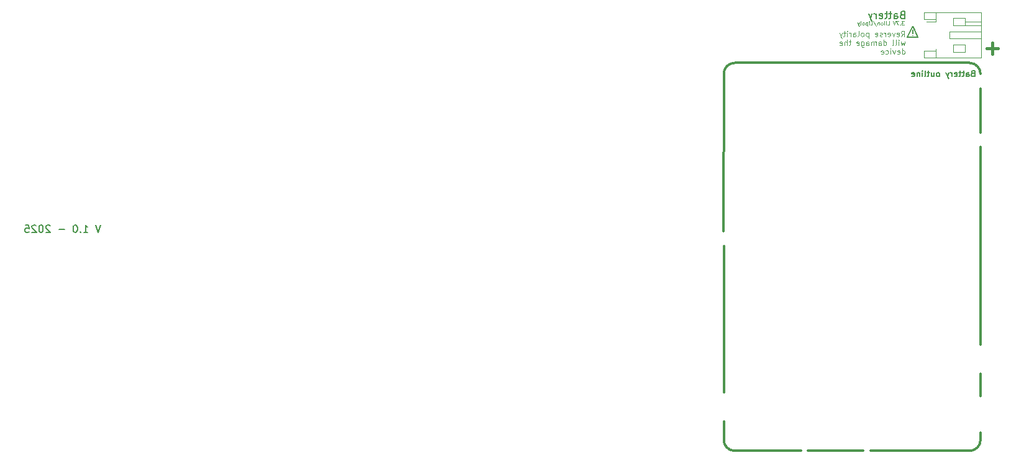
<source format=gbr>
%TF.GenerationSoftware,KiCad,Pcbnew,8.0.9*%
%TF.CreationDate,2025-12-22T17:05:26+01:00*%
%TF.ProjectId,MiniChord,4d696e69-4368-46f7-9264-2e6b69636164,rev?*%
%TF.SameCoordinates,Original*%
%TF.FileFunction,Legend,Bot*%
%TF.FilePolarity,Positive*%
%FSLAX46Y46*%
G04 Gerber Fmt 4.6, Leading zero omitted, Abs format (unit mm)*
G04 Created by KiCad (PCBNEW 8.0.9) date 2025-12-22 17:05:26*
%MOMM*%
%LPD*%
G01*
G04 APERTURE LIST*
%ADD10C,0.300000*%
%ADD11C,0.150000*%
%ADD12C,0.100000*%
%ADD13C,0.075000*%
%ADD14C,0.130000*%
%ADD15C,0.400000*%
%ADD16C,0.120000*%
G04 APERTURE END LIST*
D10*
X114000000Y-135500000D02*
X114000000Y-138000000D01*
X134000000Y-139500000D02*
X147500000Y-139500000D01*
X149000000Y-125000000D02*
X149000000Y-98000000D01*
D11*
X139750000Y-82750000D02*
X139750000Y-82750000D01*
D10*
X115500000Y-139500000D02*
X124500000Y-139500000D01*
X114000000Y-88000000D02*
X113939340Y-109500000D01*
X125500000Y-139500000D02*
X133000000Y-139500000D01*
X149000000Y-132000000D02*
X149000000Y-129000000D01*
D11*
X139750000Y-82000000D02*
X139750000Y-82500000D01*
D10*
X147500000Y-86500000D02*
X115560660Y-86500000D01*
X114000000Y-88000000D02*
G75*
G02*
X115500000Y-86500000I1500000J0D01*
G01*
X149000000Y-96000000D02*
X149000000Y-90000000D01*
D11*
X139750000Y-81500000D02*
X139000000Y-83000000D01*
X140500000Y-83000000D02*
X139750000Y-81500000D01*
D10*
X149000000Y-138000000D02*
X149000000Y-137000000D01*
X149000000Y-138000000D02*
G75*
G02*
X147500000Y-139500000I-1500000J0D01*
G01*
X114000000Y-111500000D02*
X114000000Y-131500000D01*
X115500000Y-139500000D02*
G75*
G02*
X114000000Y-138000000I0J1500000D01*
G01*
D11*
X139000000Y-83000000D02*
X140500000Y-83000000D01*
D10*
X147500000Y-86500000D02*
G75*
G02*
X149000000Y-88000000I0J-1500000D01*
G01*
D12*
X138202068Y-82884306D02*
X138452068Y-82527163D01*
X138630639Y-82884306D02*
X138630639Y-82134306D01*
X138630639Y-82134306D02*
X138344925Y-82134306D01*
X138344925Y-82134306D02*
X138273496Y-82170020D01*
X138273496Y-82170020D02*
X138237782Y-82205734D01*
X138237782Y-82205734D02*
X138202068Y-82277163D01*
X138202068Y-82277163D02*
X138202068Y-82384306D01*
X138202068Y-82384306D02*
X138237782Y-82455734D01*
X138237782Y-82455734D02*
X138273496Y-82491449D01*
X138273496Y-82491449D02*
X138344925Y-82527163D01*
X138344925Y-82527163D02*
X138630639Y-82527163D01*
X137594925Y-82848592D02*
X137666353Y-82884306D01*
X137666353Y-82884306D02*
X137809211Y-82884306D01*
X137809211Y-82884306D02*
X137880639Y-82848592D01*
X137880639Y-82848592D02*
X137916353Y-82777163D01*
X137916353Y-82777163D02*
X137916353Y-82491449D01*
X137916353Y-82491449D02*
X137880639Y-82420020D01*
X137880639Y-82420020D02*
X137809211Y-82384306D01*
X137809211Y-82384306D02*
X137666353Y-82384306D01*
X137666353Y-82384306D02*
X137594925Y-82420020D01*
X137594925Y-82420020D02*
X137559211Y-82491449D01*
X137559211Y-82491449D02*
X137559211Y-82562877D01*
X137559211Y-82562877D02*
X137916353Y-82634306D01*
X137309211Y-82384306D02*
X137130639Y-82884306D01*
X137130639Y-82884306D02*
X136952068Y-82384306D01*
X136380639Y-82848592D02*
X136452067Y-82884306D01*
X136452067Y-82884306D02*
X136594925Y-82884306D01*
X136594925Y-82884306D02*
X136666353Y-82848592D01*
X136666353Y-82848592D02*
X136702067Y-82777163D01*
X136702067Y-82777163D02*
X136702067Y-82491449D01*
X136702067Y-82491449D02*
X136666353Y-82420020D01*
X136666353Y-82420020D02*
X136594925Y-82384306D01*
X136594925Y-82384306D02*
X136452067Y-82384306D01*
X136452067Y-82384306D02*
X136380639Y-82420020D01*
X136380639Y-82420020D02*
X136344925Y-82491449D01*
X136344925Y-82491449D02*
X136344925Y-82562877D01*
X136344925Y-82562877D02*
X136702067Y-82634306D01*
X136023496Y-82884306D02*
X136023496Y-82384306D01*
X136023496Y-82527163D02*
X135987782Y-82455734D01*
X135987782Y-82455734D02*
X135952068Y-82420020D01*
X135952068Y-82420020D02*
X135880639Y-82384306D01*
X135880639Y-82384306D02*
X135809210Y-82384306D01*
X135594924Y-82848592D02*
X135523496Y-82884306D01*
X135523496Y-82884306D02*
X135380639Y-82884306D01*
X135380639Y-82884306D02*
X135309210Y-82848592D01*
X135309210Y-82848592D02*
X135273496Y-82777163D01*
X135273496Y-82777163D02*
X135273496Y-82741449D01*
X135273496Y-82741449D02*
X135309210Y-82670020D01*
X135309210Y-82670020D02*
X135380639Y-82634306D01*
X135380639Y-82634306D02*
X135487782Y-82634306D01*
X135487782Y-82634306D02*
X135559210Y-82598592D01*
X135559210Y-82598592D02*
X135594924Y-82527163D01*
X135594924Y-82527163D02*
X135594924Y-82491449D01*
X135594924Y-82491449D02*
X135559210Y-82420020D01*
X135559210Y-82420020D02*
X135487782Y-82384306D01*
X135487782Y-82384306D02*
X135380639Y-82384306D01*
X135380639Y-82384306D02*
X135309210Y-82420020D01*
X134666353Y-82848592D02*
X134737781Y-82884306D01*
X134737781Y-82884306D02*
X134880639Y-82884306D01*
X134880639Y-82884306D02*
X134952067Y-82848592D01*
X134952067Y-82848592D02*
X134987781Y-82777163D01*
X134987781Y-82777163D02*
X134987781Y-82491449D01*
X134987781Y-82491449D02*
X134952067Y-82420020D01*
X134952067Y-82420020D02*
X134880639Y-82384306D01*
X134880639Y-82384306D02*
X134737781Y-82384306D01*
X134737781Y-82384306D02*
X134666353Y-82420020D01*
X134666353Y-82420020D02*
X134630639Y-82491449D01*
X134630639Y-82491449D02*
X134630639Y-82562877D01*
X134630639Y-82562877D02*
X134987781Y-82634306D01*
X133737781Y-82384306D02*
X133737781Y-83134306D01*
X133737781Y-82420020D02*
X133666353Y-82384306D01*
X133666353Y-82384306D02*
X133523495Y-82384306D01*
X133523495Y-82384306D02*
X133452067Y-82420020D01*
X133452067Y-82420020D02*
X133416353Y-82455734D01*
X133416353Y-82455734D02*
X133380638Y-82527163D01*
X133380638Y-82527163D02*
X133380638Y-82741449D01*
X133380638Y-82741449D02*
X133416353Y-82812877D01*
X133416353Y-82812877D02*
X133452067Y-82848592D01*
X133452067Y-82848592D02*
X133523495Y-82884306D01*
X133523495Y-82884306D02*
X133666353Y-82884306D01*
X133666353Y-82884306D02*
X133737781Y-82848592D01*
X132952067Y-82884306D02*
X133023496Y-82848592D01*
X133023496Y-82848592D02*
X133059210Y-82812877D01*
X133059210Y-82812877D02*
X133094924Y-82741449D01*
X133094924Y-82741449D02*
X133094924Y-82527163D01*
X133094924Y-82527163D02*
X133059210Y-82455734D01*
X133059210Y-82455734D02*
X133023496Y-82420020D01*
X133023496Y-82420020D02*
X132952067Y-82384306D01*
X132952067Y-82384306D02*
X132844924Y-82384306D01*
X132844924Y-82384306D02*
X132773496Y-82420020D01*
X132773496Y-82420020D02*
X132737782Y-82455734D01*
X132737782Y-82455734D02*
X132702067Y-82527163D01*
X132702067Y-82527163D02*
X132702067Y-82741449D01*
X132702067Y-82741449D02*
X132737782Y-82812877D01*
X132737782Y-82812877D02*
X132773496Y-82848592D01*
X132773496Y-82848592D02*
X132844924Y-82884306D01*
X132844924Y-82884306D02*
X132952067Y-82884306D01*
X132273496Y-82884306D02*
X132344925Y-82848592D01*
X132344925Y-82848592D02*
X132380639Y-82777163D01*
X132380639Y-82777163D02*
X132380639Y-82134306D01*
X131666354Y-82884306D02*
X131666354Y-82491449D01*
X131666354Y-82491449D02*
X131702068Y-82420020D01*
X131702068Y-82420020D02*
X131773496Y-82384306D01*
X131773496Y-82384306D02*
X131916354Y-82384306D01*
X131916354Y-82384306D02*
X131987782Y-82420020D01*
X131666354Y-82848592D02*
X131737782Y-82884306D01*
X131737782Y-82884306D02*
X131916354Y-82884306D01*
X131916354Y-82884306D02*
X131987782Y-82848592D01*
X131987782Y-82848592D02*
X132023496Y-82777163D01*
X132023496Y-82777163D02*
X132023496Y-82705734D01*
X132023496Y-82705734D02*
X131987782Y-82634306D01*
X131987782Y-82634306D02*
X131916354Y-82598592D01*
X131916354Y-82598592D02*
X131737782Y-82598592D01*
X131737782Y-82598592D02*
X131666354Y-82562877D01*
X131309211Y-82884306D02*
X131309211Y-82384306D01*
X131309211Y-82527163D02*
X131273497Y-82455734D01*
X131273497Y-82455734D02*
X131237783Y-82420020D01*
X131237783Y-82420020D02*
X131166354Y-82384306D01*
X131166354Y-82384306D02*
X131094925Y-82384306D01*
X130844925Y-82884306D02*
X130844925Y-82384306D01*
X130844925Y-82134306D02*
X130880639Y-82170020D01*
X130880639Y-82170020D02*
X130844925Y-82205734D01*
X130844925Y-82205734D02*
X130809211Y-82170020D01*
X130809211Y-82170020D02*
X130844925Y-82134306D01*
X130844925Y-82134306D02*
X130844925Y-82205734D01*
X130594925Y-82384306D02*
X130309211Y-82384306D01*
X130487782Y-82134306D02*
X130487782Y-82777163D01*
X130487782Y-82777163D02*
X130452068Y-82848592D01*
X130452068Y-82848592D02*
X130380639Y-82884306D01*
X130380639Y-82884306D02*
X130309211Y-82884306D01*
X130130640Y-82384306D02*
X129952068Y-82884306D01*
X129773497Y-82384306D02*
X129952068Y-82884306D01*
X129952068Y-82884306D02*
X130023497Y-83062877D01*
X130023497Y-83062877D02*
X130059211Y-83098592D01*
X130059211Y-83098592D02*
X130130640Y-83134306D01*
X138702068Y-83591764D02*
X138559211Y-84091764D01*
X138559211Y-84091764D02*
X138416353Y-83734621D01*
X138416353Y-83734621D02*
X138273496Y-84091764D01*
X138273496Y-84091764D02*
X138130639Y-83591764D01*
X137844925Y-84091764D02*
X137844925Y-83591764D01*
X137844925Y-83341764D02*
X137880639Y-83377478D01*
X137880639Y-83377478D02*
X137844925Y-83413192D01*
X137844925Y-83413192D02*
X137809211Y-83377478D01*
X137809211Y-83377478D02*
X137844925Y-83341764D01*
X137844925Y-83341764D02*
X137844925Y-83413192D01*
X137380639Y-84091764D02*
X137452068Y-84056050D01*
X137452068Y-84056050D02*
X137487782Y-83984621D01*
X137487782Y-83984621D02*
X137487782Y-83341764D01*
X136987782Y-84091764D02*
X137059211Y-84056050D01*
X137059211Y-84056050D02*
X137094925Y-83984621D01*
X137094925Y-83984621D02*
X137094925Y-83341764D01*
X135809211Y-84091764D02*
X135809211Y-83341764D01*
X135809211Y-84056050D02*
X135880639Y-84091764D01*
X135880639Y-84091764D02*
X136023496Y-84091764D01*
X136023496Y-84091764D02*
X136094925Y-84056050D01*
X136094925Y-84056050D02*
X136130639Y-84020335D01*
X136130639Y-84020335D02*
X136166353Y-83948907D01*
X136166353Y-83948907D02*
X136166353Y-83734621D01*
X136166353Y-83734621D02*
X136130639Y-83663192D01*
X136130639Y-83663192D02*
X136094925Y-83627478D01*
X136094925Y-83627478D02*
X136023496Y-83591764D01*
X136023496Y-83591764D02*
X135880639Y-83591764D01*
X135880639Y-83591764D02*
X135809211Y-83627478D01*
X135130640Y-84091764D02*
X135130640Y-83698907D01*
X135130640Y-83698907D02*
X135166354Y-83627478D01*
X135166354Y-83627478D02*
X135237782Y-83591764D01*
X135237782Y-83591764D02*
X135380640Y-83591764D01*
X135380640Y-83591764D02*
X135452068Y-83627478D01*
X135130640Y-84056050D02*
X135202068Y-84091764D01*
X135202068Y-84091764D02*
X135380640Y-84091764D01*
X135380640Y-84091764D02*
X135452068Y-84056050D01*
X135452068Y-84056050D02*
X135487782Y-83984621D01*
X135487782Y-83984621D02*
X135487782Y-83913192D01*
X135487782Y-83913192D02*
X135452068Y-83841764D01*
X135452068Y-83841764D02*
X135380640Y-83806050D01*
X135380640Y-83806050D02*
X135202068Y-83806050D01*
X135202068Y-83806050D02*
X135130640Y-83770335D01*
X134773497Y-84091764D02*
X134773497Y-83591764D01*
X134773497Y-83663192D02*
X134737783Y-83627478D01*
X134737783Y-83627478D02*
X134666354Y-83591764D01*
X134666354Y-83591764D02*
X134559211Y-83591764D01*
X134559211Y-83591764D02*
X134487783Y-83627478D01*
X134487783Y-83627478D02*
X134452069Y-83698907D01*
X134452069Y-83698907D02*
X134452069Y-84091764D01*
X134452069Y-83698907D02*
X134416354Y-83627478D01*
X134416354Y-83627478D02*
X134344926Y-83591764D01*
X134344926Y-83591764D02*
X134237783Y-83591764D01*
X134237783Y-83591764D02*
X134166354Y-83627478D01*
X134166354Y-83627478D02*
X134130640Y-83698907D01*
X134130640Y-83698907D02*
X134130640Y-84091764D01*
X133452069Y-84091764D02*
X133452069Y-83698907D01*
X133452069Y-83698907D02*
X133487783Y-83627478D01*
X133487783Y-83627478D02*
X133559211Y-83591764D01*
X133559211Y-83591764D02*
X133702069Y-83591764D01*
X133702069Y-83591764D02*
X133773497Y-83627478D01*
X133452069Y-84056050D02*
X133523497Y-84091764D01*
X133523497Y-84091764D02*
X133702069Y-84091764D01*
X133702069Y-84091764D02*
X133773497Y-84056050D01*
X133773497Y-84056050D02*
X133809211Y-83984621D01*
X133809211Y-83984621D02*
X133809211Y-83913192D01*
X133809211Y-83913192D02*
X133773497Y-83841764D01*
X133773497Y-83841764D02*
X133702069Y-83806050D01*
X133702069Y-83806050D02*
X133523497Y-83806050D01*
X133523497Y-83806050D02*
X133452069Y-83770335D01*
X132773498Y-83591764D02*
X132773498Y-84198907D01*
X132773498Y-84198907D02*
X132809212Y-84270335D01*
X132809212Y-84270335D02*
X132844926Y-84306050D01*
X132844926Y-84306050D02*
X132916355Y-84341764D01*
X132916355Y-84341764D02*
X133023498Y-84341764D01*
X133023498Y-84341764D02*
X133094926Y-84306050D01*
X132773498Y-84056050D02*
X132844926Y-84091764D01*
X132844926Y-84091764D02*
X132987783Y-84091764D01*
X132987783Y-84091764D02*
X133059212Y-84056050D01*
X133059212Y-84056050D02*
X133094926Y-84020335D01*
X133094926Y-84020335D02*
X133130640Y-83948907D01*
X133130640Y-83948907D02*
X133130640Y-83734621D01*
X133130640Y-83734621D02*
X133094926Y-83663192D01*
X133094926Y-83663192D02*
X133059212Y-83627478D01*
X133059212Y-83627478D02*
X132987783Y-83591764D01*
X132987783Y-83591764D02*
X132844926Y-83591764D01*
X132844926Y-83591764D02*
X132773498Y-83627478D01*
X132130641Y-84056050D02*
X132202069Y-84091764D01*
X132202069Y-84091764D02*
X132344927Y-84091764D01*
X132344927Y-84091764D02*
X132416355Y-84056050D01*
X132416355Y-84056050D02*
X132452069Y-83984621D01*
X132452069Y-83984621D02*
X132452069Y-83698907D01*
X132452069Y-83698907D02*
X132416355Y-83627478D01*
X132416355Y-83627478D02*
X132344927Y-83591764D01*
X132344927Y-83591764D02*
X132202069Y-83591764D01*
X132202069Y-83591764D02*
X132130641Y-83627478D01*
X132130641Y-83627478D02*
X132094927Y-83698907D01*
X132094927Y-83698907D02*
X132094927Y-83770335D01*
X132094927Y-83770335D02*
X132452069Y-83841764D01*
X131309212Y-83591764D02*
X131023498Y-83591764D01*
X131202069Y-83341764D02*
X131202069Y-83984621D01*
X131202069Y-83984621D02*
X131166355Y-84056050D01*
X131166355Y-84056050D02*
X131094926Y-84091764D01*
X131094926Y-84091764D02*
X131023498Y-84091764D01*
X130773498Y-84091764D02*
X130773498Y-83341764D01*
X130452070Y-84091764D02*
X130452070Y-83698907D01*
X130452070Y-83698907D02*
X130487784Y-83627478D01*
X130487784Y-83627478D02*
X130559212Y-83591764D01*
X130559212Y-83591764D02*
X130666355Y-83591764D01*
X130666355Y-83591764D02*
X130737784Y-83627478D01*
X130737784Y-83627478D02*
X130773498Y-83663192D01*
X129809213Y-84056050D02*
X129880641Y-84091764D01*
X129880641Y-84091764D02*
X130023499Y-84091764D01*
X130023499Y-84091764D02*
X130094927Y-84056050D01*
X130094927Y-84056050D02*
X130130641Y-83984621D01*
X130130641Y-83984621D02*
X130130641Y-83698907D01*
X130130641Y-83698907D02*
X130094927Y-83627478D01*
X130094927Y-83627478D02*
X130023499Y-83591764D01*
X130023499Y-83591764D02*
X129880641Y-83591764D01*
X129880641Y-83591764D02*
X129809213Y-83627478D01*
X129809213Y-83627478D02*
X129773499Y-83698907D01*
X129773499Y-83698907D02*
X129773499Y-83770335D01*
X129773499Y-83770335D02*
X130130641Y-83841764D01*
X138309211Y-85299222D02*
X138309211Y-84549222D01*
X138309211Y-85263508D02*
X138380639Y-85299222D01*
X138380639Y-85299222D02*
X138523496Y-85299222D01*
X138523496Y-85299222D02*
X138594925Y-85263508D01*
X138594925Y-85263508D02*
X138630639Y-85227793D01*
X138630639Y-85227793D02*
X138666353Y-85156365D01*
X138666353Y-85156365D02*
X138666353Y-84942079D01*
X138666353Y-84942079D02*
X138630639Y-84870650D01*
X138630639Y-84870650D02*
X138594925Y-84834936D01*
X138594925Y-84834936D02*
X138523496Y-84799222D01*
X138523496Y-84799222D02*
X138380639Y-84799222D01*
X138380639Y-84799222D02*
X138309211Y-84834936D01*
X137666354Y-85263508D02*
X137737782Y-85299222D01*
X137737782Y-85299222D02*
X137880640Y-85299222D01*
X137880640Y-85299222D02*
X137952068Y-85263508D01*
X137952068Y-85263508D02*
X137987782Y-85192079D01*
X137987782Y-85192079D02*
X137987782Y-84906365D01*
X137987782Y-84906365D02*
X137952068Y-84834936D01*
X137952068Y-84834936D02*
X137880640Y-84799222D01*
X137880640Y-84799222D02*
X137737782Y-84799222D01*
X137737782Y-84799222D02*
X137666354Y-84834936D01*
X137666354Y-84834936D02*
X137630640Y-84906365D01*
X137630640Y-84906365D02*
X137630640Y-84977793D01*
X137630640Y-84977793D02*
X137987782Y-85049222D01*
X137380640Y-84799222D02*
X137202068Y-85299222D01*
X137202068Y-85299222D02*
X137023497Y-84799222D01*
X136737782Y-85299222D02*
X136737782Y-84799222D01*
X136737782Y-84549222D02*
X136773496Y-84584936D01*
X136773496Y-84584936D02*
X136737782Y-84620650D01*
X136737782Y-84620650D02*
X136702068Y-84584936D01*
X136702068Y-84584936D02*
X136737782Y-84549222D01*
X136737782Y-84549222D02*
X136737782Y-84620650D01*
X136059211Y-85263508D02*
X136130639Y-85299222D01*
X136130639Y-85299222D02*
X136273496Y-85299222D01*
X136273496Y-85299222D02*
X136344925Y-85263508D01*
X136344925Y-85263508D02*
X136380639Y-85227793D01*
X136380639Y-85227793D02*
X136416353Y-85156365D01*
X136416353Y-85156365D02*
X136416353Y-84942079D01*
X136416353Y-84942079D02*
X136380639Y-84870650D01*
X136380639Y-84870650D02*
X136344925Y-84834936D01*
X136344925Y-84834936D02*
X136273496Y-84799222D01*
X136273496Y-84799222D02*
X136130639Y-84799222D01*
X136130639Y-84799222D02*
X136059211Y-84834936D01*
X135452068Y-85263508D02*
X135523496Y-85299222D01*
X135523496Y-85299222D02*
X135666354Y-85299222D01*
X135666354Y-85299222D02*
X135737782Y-85263508D01*
X135737782Y-85263508D02*
X135773496Y-85192079D01*
X135773496Y-85192079D02*
X135773496Y-84906365D01*
X135773496Y-84906365D02*
X135737782Y-84834936D01*
X135737782Y-84834936D02*
X135666354Y-84799222D01*
X135666354Y-84799222D02*
X135523496Y-84799222D01*
X135523496Y-84799222D02*
X135452068Y-84834936D01*
X135452068Y-84834936D02*
X135416354Y-84906365D01*
X135416354Y-84906365D02*
X135416354Y-84977793D01*
X135416354Y-84977793D02*
X135773496Y-85049222D01*
D11*
X29006077Y-108654819D02*
X28672744Y-109654819D01*
X28672744Y-109654819D02*
X28339411Y-108654819D01*
X26720363Y-109654819D02*
X27291791Y-109654819D01*
X27006077Y-109654819D02*
X27006077Y-108654819D01*
X27006077Y-108654819D02*
X27101315Y-108797676D01*
X27101315Y-108797676D02*
X27196553Y-108892914D01*
X27196553Y-108892914D02*
X27291791Y-108940533D01*
X26291791Y-109559580D02*
X26244172Y-109607200D01*
X26244172Y-109607200D02*
X26291791Y-109654819D01*
X26291791Y-109654819D02*
X26339410Y-109607200D01*
X26339410Y-109607200D02*
X26291791Y-109559580D01*
X26291791Y-109559580D02*
X26291791Y-109654819D01*
X25625125Y-108654819D02*
X25529887Y-108654819D01*
X25529887Y-108654819D02*
X25434649Y-108702438D01*
X25434649Y-108702438D02*
X25387030Y-108750057D01*
X25387030Y-108750057D02*
X25339411Y-108845295D01*
X25339411Y-108845295D02*
X25291792Y-109035771D01*
X25291792Y-109035771D02*
X25291792Y-109273866D01*
X25291792Y-109273866D02*
X25339411Y-109464342D01*
X25339411Y-109464342D02*
X25387030Y-109559580D01*
X25387030Y-109559580D02*
X25434649Y-109607200D01*
X25434649Y-109607200D02*
X25529887Y-109654819D01*
X25529887Y-109654819D02*
X25625125Y-109654819D01*
X25625125Y-109654819D02*
X25720363Y-109607200D01*
X25720363Y-109607200D02*
X25767982Y-109559580D01*
X25767982Y-109559580D02*
X25815601Y-109464342D01*
X25815601Y-109464342D02*
X25863220Y-109273866D01*
X25863220Y-109273866D02*
X25863220Y-109035771D01*
X25863220Y-109035771D02*
X25815601Y-108845295D01*
X25815601Y-108845295D02*
X25767982Y-108750057D01*
X25767982Y-108750057D02*
X25720363Y-108702438D01*
X25720363Y-108702438D02*
X25625125Y-108654819D01*
X24101315Y-109273866D02*
X23339411Y-109273866D01*
X22148934Y-108750057D02*
X22101315Y-108702438D01*
X22101315Y-108702438D02*
X22006077Y-108654819D01*
X22006077Y-108654819D02*
X21767982Y-108654819D01*
X21767982Y-108654819D02*
X21672744Y-108702438D01*
X21672744Y-108702438D02*
X21625125Y-108750057D01*
X21625125Y-108750057D02*
X21577506Y-108845295D01*
X21577506Y-108845295D02*
X21577506Y-108940533D01*
X21577506Y-108940533D02*
X21625125Y-109083390D01*
X21625125Y-109083390D02*
X22196553Y-109654819D01*
X22196553Y-109654819D02*
X21577506Y-109654819D01*
X20958458Y-108654819D02*
X20863220Y-108654819D01*
X20863220Y-108654819D02*
X20767982Y-108702438D01*
X20767982Y-108702438D02*
X20720363Y-108750057D01*
X20720363Y-108750057D02*
X20672744Y-108845295D01*
X20672744Y-108845295D02*
X20625125Y-109035771D01*
X20625125Y-109035771D02*
X20625125Y-109273866D01*
X20625125Y-109273866D02*
X20672744Y-109464342D01*
X20672744Y-109464342D02*
X20720363Y-109559580D01*
X20720363Y-109559580D02*
X20767982Y-109607200D01*
X20767982Y-109607200D02*
X20863220Y-109654819D01*
X20863220Y-109654819D02*
X20958458Y-109654819D01*
X20958458Y-109654819D02*
X21053696Y-109607200D01*
X21053696Y-109607200D02*
X21101315Y-109559580D01*
X21101315Y-109559580D02*
X21148934Y-109464342D01*
X21148934Y-109464342D02*
X21196553Y-109273866D01*
X21196553Y-109273866D02*
X21196553Y-109035771D01*
X21196553Y-109035771D02*
X21148934Y-108845295D01*
X21148934Y-108845295D02*
X21101315Y-108750057D01*
X21101315Y-108750057D02*
X21053696Y-108702438D01*
X21053696Y-108702438D02*
X20958458Y-108654819D01*
X20244172Y-108750057D02*
X20196553Y-108702438D01*
X20196553Y-108702438D02*
X20101315Y-108654819D01*
X20101315Y-108654819D02*
X19863220Y-108654819D01*
X19863220Y-108654819D02*
X19767982Y-108702438D01*
X19767982Y-108702438D02*
X19720363Y-108750057D01*
X19720363Y-108750057D02*
X19672744Y-108845295D01*
X19672744Y-108845295D02*
X19672744Y-108940533D01*
X19672744Y-108940533D02*
X19720363Y-109083390D01*
X19720363Y-109083390D02*
X20291791Y-109654819D01*
X20291791Y-109654819D02*
X19672744Y-109654819D01*
X18767982Y-108654819D02*
X19244172Y-108654819D01*
X19244172Y-108654819D02*
X19291791Y-109131009D01*
X19291791Y-109131009D02*
X19244172Y-109083390D01*
X19244172Y-109083390D02*
X19148934Y-109035771D01*
X19148934Y-109035771D02*
X18910839Y-109035771D01*
X18910839Y-109035771D02*
X18815601Y-109083390D01*
X18815601Y-109083390D02*
X18767982Y-109131009D01*
X18767982Y-109131009D02*
X18720363Y-109226247D01*
X18720363Y-109226247D02*
X18720363Y-109464342D01*
X18720363Y-109464342D02*
X18767982Y-109559580D01*
X18767982Y-109559580D02*
X18815601Y-109607200D01*
X18815601Y-109607200D02*
X18910839Y-109654819D01*
X18910839Y-109654819D02*
X19148934Y-109654819D01*
X19148934Y-109654819D02*
X19244172Y-109607200D01*
X19244172Y-109607200D02*
X19291791Y-109559580D01*
D13*
X138579229Y-80827409D02*
X138269705Y-80827409D01*
X138269705Y-80827409D02*
X138436372Y-81017885D01*
X138436372Y-81017885D02*
X138364943Y-81017885D01*
X138364943Y-81017885D02*
X138317324Y-81041695D01*
X138317324Y-81041695D02*
X138293515Y-81065504D01*
X138293515Y-81065504D02*
X138269705Y-81113123D01*
X138269705Y-81113123D02*
X138269705Y-81232171D01*
X138269705Y-81232171D02*
X138293515Y-81279790D01*
X138293515Y-81279790D02*
X138317324Y-81303600D01*
X138317324Y-81303600D02*
X138364943Y-81327409D01*
X138364943Y-81327409D02*
X138507800Y-81327409D01*
X138507800Y-81327409D02*
X138555419Y-81303600D01*
X138555419Y-81303600D02*
X138579229Y-81279790D01*
X138055420Y-81279790D02*
X138031610Y-81303600D01*
X138031610Y-81303600D02*
X138055420Y-81327409D01*
X138055420Y-81327409D02*
X138079229Y-81303600D01*
X138079229Y-81303600D02*
X138055420Y-81279790D01*
X138055420Y-81279790D02*
X138055420Y-81327409D01*
X137864944Y-80827409D02*
X137531611Y-80827409D01*
X137531611Y-80827409D02*
X137745896Y-81327409D01*
X137412563Y-80827409D02*
X137245897Y-81327409D01*
X137245897Y-81327409D02*
X137079230Y-80827409D01*
X136293517Y-81327409D02*
X136531612Y-81327409D01*
X136531612Y-81327409D02*
X136531612Y-80827409D01*
X136126850Y-81327409D02*
X136126850Y-80994076D01*
X136126850Y-80827409D02*
X136150659Y-80851219D01*
X136150659Y-80851219D02*
X136126850Y-80875028D01*
X136126850Y-80875028D02*
X136103040Y-80851219D01*
X136103040Y-80851219D02*
X136126850Y-80827409D01*
X136126850Y-80827409D02*
X136126850Y-80875028D01*
X135888755Y-81327409D02*
X135888755Y-80994076D01*
X135888755Y-80827409D02*
X135912564Y-80851219D01*
X135912564Y-80851219D02*
X135888755Y-80875028D01*
X135888755Y-80875028D02*
X135864945Y-80851219D01*
X135864945Y-80851219D02*
X135888755Y-80827409D01*
X135888755Y-80827409D02*
X135888755Y-80875028D01*
X135579231Y-81327409D02*
X135626850Y-81303600D01*
X135626850Y-81303600D02*
X135650660Y-81279790D01*
X135650660Y-81279790D02*
X135674469Y-81232171D01*
X135674469Y-81232171D02*
X135674469Y-81089314D01*
X135674469Y-81089314D02*
X135650660Y-81041695D01*
X135650660Y-81041695D02*
X135626850Y-81017885D01*
X135626850Y-81017885D02*
X135579231Y-80994076D01*
X135579231Y-80994076D02*
X135507803Y-80994076D01*
X135507803Y-80994076D02*
X135460184Y-81017885D01*
X135460184Y-81017885D02*
X135436374Y-81041695D01*
X135436374Y-81041695D02*
X135412565Y-81089314D01*
X135412565Y-81089314D02*
X135412565Y-81232171D01*
X135412565Y-81232171D02*
X135436374Y-81279790D01*
X135436374Y-81279790D02*
X135460184Y-81303600D01*
X135460184Y-81303600D02*
X135507803Y-81327409D01*
X135507803Y-81327409D02*
X135579231Y-81327409D01*
X135198279Y-80994076D02*
X135198279Y-81327409D01*
X135198279Y-81041695D02*
X135174469Y-81017885D01*
X135174469Y-81017885D02*
X135126850Y-80994076D01*
X135126850Y-80994076D02*
X135055422Y-80994076D01*
X135055422Y-80994076D02*
X135007803Y-81017885D01*
X135007803Y-81017885D02*
X134983993Y-81065504D01*
X134983993Y-81065504D02*
X134983993Y-81327409D01*
X134388755Y-80803600D02*
X134817326Y-81446457D01*
X133983993Y-81327409D02*
X134222088Y-81327409D01*
X134222088Y-81327409D02*
X134222088Y-80827409D01*
X133817326Y-81327409D02*
X133817326Y-80994076D01*
X133817326Y-80827409D02*
X133841135Y-80851219D01*
X133841135Y-80851219D02*
X133817326Y-80875028D01*
X133817326Y-80875028D02*
X133793516Y-80851219D01*
X133793516Y-80851219D02*
X133817326Y-80827409D01*
X133817326Y-80827409D02*
X133817326Y-80875028D01*
X133579231Y-80994076D02*
X133579231Y-81494076D01*
X133579231Y-81017885D02*
X133531612Y-80994076D01*
X133531612Y-80994076D02*
X133436374Y-80994076D01*
X133436374Y-80994076D02*
X133388755Y-81017885D01*
X133388755Y-81017885D02*
X133364945Y-81041695D01*
X133364945Y-81041695D02*
X133341136Y-81089314D01*
X133341136Y-81089314D02*
X133341136Y-81232171D01*
X133341136Y-81232171D02*
X133364945Y-81279790D01*
X133364945Y-81279790D02*
X133388755Y-81303600D01*
X133388755Y-81303600D02*
X133436374Y-81327409D01*
X133436374Y-81327409D02*
X133531612Y-81327409D01*
X133531612Y-81327409D02*
X133579231Y-81303600D01*
X133055421Y-81327409D02*
X133103040Y-81303600D01*
X133103040Y-81303600D02*
X133126850Y-81279790D01*
X133126850Y-81279790D02*
X133150659Y-81232171D01*
X133150659Y-81232171D02*
X133150659Y-81089314D01*
X133150659Y-81089314D02*
X133126850Y-81041695D01*
X133126850Y-81041695D02*
X133103040Y-81017885D01*
X133103040Y-81017885D02*
X133055421Y-80994076D01*
X133055421Y-80994076D02*
X132983993Y-80994076D01*
X132983993Y-80994076D02*
X132936374Y-81017885D01*
X132936374Y-81017885D02*
X132912564Y-81041695D01*
X132912564Y-81041695D02*
X132888755Y-81089314D01*
X132888755Y-81089314D02*
X132888755Y-81232171D01*
X132888755Y-81232171D02*
X132912564Y-81279790D01*
X132912564Y-81279790D02*
X132936374Y-81303600D01*
X132936374Y-81303600D02*
X132983993Y-81327409D01*
X132983993Y-81327409D02*
X133055421Y-81327409D01*
X132603040Y-81327409D02*
X132650659Y-81303600D01*
X132650659Y-81303600D02*
X132674469Y-81255980D01*
X132674469Y-81255980D02*
X132674469Y-80827409D01*
X132460183Y-80994076D02*
X132341135Y-81327409D01*
X132222088Y-80994076D02*
X132341135Y-81327409D01*
X132341135Y-81327409D02*
X132388754Y-81446457D01*
X132388754Y-81446457D02*
X132412564Y-81470266D01*
X132412564Y-81470266D02*
X132460183Y-81494076D01*
D14*
X147957331Y-87944287D02*
X147843045Y-87982382D01*
X147843045Y-87982382D02*
X147804950Y-88020478D01*
X147804950Y-88020478D02*
X147766854Y-88096668D01*
X147766854Y-88096668D02*
X147766854Y-88210954D01*
X147766854Y-88210954D02*
X147804950Y-88287144D01*
X147804950Y-88287144D02*
X147843045Y-88325240D01*
X147843045Y-88325240D02*
X147919235Y-88363335D01*
X147919235Y-88363335D02*
X148223997Y-88363335D01*
X148223997Y-88363335D02*
X148223997Y-87563335D01*
X148223997Y-87563335D02*
X147957331Y-87563335D01*
X147957331Y-87563335D02*
X147881140Y-87601430D01*
X147881140Y-87601430D02*
X147843045Y-87639525D01*
X147843045Y-87639525D02*
X147804950Y-87715716D01*
X147804950Y-87715716D02*
X147804950Y-87791906D01*
X147804950Y-87791906D02*
X147843045Y-87868097D01*
X147843045Y-87868097D02*
X147881140Y-87906192D01*
X147881140Y-87906192D02*
X147957331Y-87944287D01*
X147957331Y-87944287D02*
X148223997Y-87944287D01*
X147081140Y-88363335D02*
X147081140Y-87944287D01*
X147081140Y-87944287D02*
X147119235Y-87868097D01*
X147119235Y-87868097D02*
X147195426Y-87830001D01*
X147195426Y-87830001D02*
X147347807Y-87830001D01*
X147347807Y-87830001D02*
X147423997Y-87868097D01*
X147081140Y-88325240D02*
X147157331Y-88363335D01*
X147157331Y-88363335D02*
X147347807Y-88363335D01*
X147347807Y-88363335D02*
X147423997Y-88325240D01*
X147423997Y-88325240D02*
X147462093Y-88249049D01*
X147462093Y-88249049D02*
X147462093Y-88172859D01*
X147462093Y-88172859D02*
X147423997Y-88096668D01*
X147423997Y-88096668D02*
X147347807Y-88058573D01*
X147347807Y-88058573D02*
X147157331Y-88058573D01*
X147157331Y-88058573D02*
X147081140Y-88020478D01*
X146814473Y-87830001D02*
X146509711Y-87830001D01*
X146700187Y-87563335D02*
X146700187Y-88249049D01*
X146700187Y-88249049D02*
X146662092Y-88325240D01*
X146662092Y-88325240D02*
X146585902Y-88363335D01*
X146585902Y-88363335D02*
X146509711Y-88363335D01*
X146357330Y-87830001D02*
X146052568Y-87830001D01*
X146243044Y-87563335D02*
X146243044Y-88249049D01*
X146243044Y-88249049D02*
X146204949Y-88325240D01*
X146204949Y-88325240D02*
X146128759Y-88363335D01*
X146128759Y-88363335D02*
X146052568Y-88363335D01*
X145481139Y-88325240D02*
X145557330Y-88363335D01*
X145557330Y-88363335D02*
X145709711Y-88363335D01*
X145709711Y-88363335D02*
X145785901Y-88325240D01*
X145785901Y-88325240D02*
X145823997Y-88249049D01*
X145823997Y-88249049D02*
X145823997Y-87944287D01*
X145823997Y-87944287D02*
X145785901Y-87868097D01*
X145785901Y-87868097D02*
X145709711Y-87830001D01*
X145709711Y-87830001D02*
X145557330Y-87830001D01*
X145557330Y-87830001D02*
X145481139Y-87868097D01*
X145481139Y-87868097D02*
X145443044Y-87944287D01*
X145443044Y-87944287D02*
X145443044Y-88020478D01*
X145443044Y-88020478D02*
X145823997Y-88096668D01*
X145100187Y-88363335D02*
X145100187Y-87830001D01*
X145100187Y-87982382D02*
X145062092Y-87906192D01*
X145062092Y-87906192D02*
X145023997Y-87868097D01*
X145023997Y-87868097D02*
X144947806Y-87830001D01*
X144947806Y-87830001D02*
X144871616Y-87830001D01*
X144681140Y-87830001D02*
X144490664Y-88363335D01*
X144300187Y-87830001D02*
X144490664Y-88363335D01*
X144490664Y-88363335D02*
X144566854Y-88553811D01*
X144566854Y-88553811D02*
X144604949Y-88591906D01*
X144604949Y-88591906D02*
X144681140Y-88630001D01*
X143271616Y-88363335D02*
X143347806Y-88325240D01*
X143347806Y-88325240D02*
X143385901Y-88287144D01*
X143385901Y-88287144D02*
X143423997Y-88210954D01*
X143423997Y-88210954D02*
X143423997Y-87982382D01*
X143423997Y-87982382D02*
X143385901Y-87906192D01*
X143385901Y-87906192D02*
X143347806Y-87868097D01*
X143347806Y-87868097D02*
X143271616Y-87830001D01*
X143271616Y-87830001D02*
X143157330Y-87830001D01*
X143157330Y-87830001D02*
X143081139Y-87868097D01*
X143081139Y-87868097D02*
X143043044Y-87906192D01*
X143043044Y-87906192D02*
X143004949Y-87982382D01*
X143004949Y-87982382D02*
X143004949Y-88210954D01*
X143004949Y-88210954D02*
X143043044Y-88287144D01*
X143043044Y-88287144D02*
X143081139Y-88325240D01*
X143081139Y-88325240D02*
X143157330Y-88363335D01*
X143157330Y-88363335D02*
X143271616Y-88363335D01*
X142319234Y-87830001D02*
X142319234Y-88363335D01*
X142662091Y-87830001D02*
X142662091Y-88249049D01*
X142662091Y-88249049D02*
X142623996Y-88325240D01*
X142623996Y-88325240D02*
X142547806Y-88363335D01*
X142547806Y-88363335D02*
X142433520Y-88363335D01*
X142433520Y-88363335D02*
X142357329Y-88325240D01*
X142357329Y-88325240D02*
X142319234Y-88287144D01*
X142052567Y-87830001D02*
X141747805Y-87830001D01*
X141938281Y-87563335D02*
X141938281Y-88249049D01*
X141938281Y-88249049D02*
X141900186Y-88325240D01*
X141900186Y-88325240D02*
X141823996Y-88363335D01*
X141823996Y-88363335D02*
X141747805Y-88363335D01*
X141366853Y-88363335D02*
X141443043Y-88325240D01*
X141443043Y-88325240D02*
X141481138Y-88249049D01*
X141481138Y-88249049D02*
X141481138Y-87563335D01*
X141062090Y-88363335D02*
X141062090Y-87830001D01*
X141062090Y-87563335D02*
X141100186Y-87601430D01*
X141100186Y-87601430D02*
X141062090Y-87639525D01*
X141062090Y-87639525D02*
X141023995Y-87601430D01*
X141023995Y-87601430D02*
X141062090Y-87563335D01*
X141062090Y-87563335D02*
X141062090Y-87639525D01*
X140681138Y-87830001D02*
X140681138Y-88363335D01*
X140681138Y-87906192D02*
X140643043Y-87868097D01*
X140643043Y-87868097D02*
X140566853Y-87830001D01*
X140566853Y-87830001D02*
X140452567Y-87830001D01*
X140452567Y-87830001D02*
X140376376Y-87868097D01*
X140376376Y-87868097D02*
X140338281Y-87944287D01*
X140338281Y-87944287D02*
X140338281Y-88363335D01*
X139652566Y-88325240D02*
X139728757Y-88363335D01*
X139728757Y-88363335D02*
X139881138Y-88363335D01*
X139881138Y-88363335D02*
X139957328Y-88325240D01*
X139957328Y-88325240D02*
X139995424Y-88249049D01*
X139995424Y-88249049D02*
X139995424Y-87944287D01*
X139995424Y-87944287D02*
X139957328Y-87868097D01*
X139957328Y-87868097D02*
X139881138Y-87830001D01*
X139881138Y-87830001D02*
X139728757Y-87830001D01*
X139728757Y-87830001D02*
X139652566Y-87868097D01*
X139652566Y-87868097D02*
X139614471Y-87944287D01*
X139614471Y-87944287D02*
X139614471Y-88020478D01*
X139614471Y-88020478D02*
X139995424Y-88096668D01*
D15*
X150642533Y-83739347D02*
X150642533Y-85263157D01*
X151404438Y-84501252D02*
X149880628Y-84501252D01*
D11*
X138329887Y-79931009D02*
X138187030Y-79978628D01*
X138187030Y-79978628D02*
X138139411Y-80026247D01*
X138139411Y-80026247D02*
X138091792Y-80121485D01*
X138091792Y-80121485D02*
X138091792Y-80264342D01*
X138091792Y-80264342D02*
X138139411Y-80359580D01*
X138139411Y-80359580D02*
X138187030Y-80407200D01*
X138187030Y-80407200D02*
X138282268Y-80454819D01*
X138282268Y-80454819D02*
X138663220Y-80454819D01*
X138663220Y-80454819D02*
X138663220Y-79454819D01*
X138663220Y-79454819D02*
X138329887Y-79454819D01*
X138329887Y-79454819D02*
X138234649Y-79502438D01*
X138234649Y-79502438D02*
X138187030Y-79550057D01*
X138187030Y-79550057D02*
X138139411Y-79645295D01*
X138139411Y-79645295D02*
X138139411Y-79740533D01*
X138139411Y-79740533D02*
X138187030Y-79835771D01*
X138187030Y-79835771D02*
X138234649Y-79883390D01*
X138234649Y-79883390D02*
X138329887Y-79931009D01*
X138329887Y-79931009D02*
X138663220Y-79931009D01*
X137234649Y-80454819D02*
X137234649Y-79931009D01*
X137234649Y-79931009D02*
X137282268Y-79835771D01*
X137282268Y-79835771D02*
X137377506Y-79788152D01*
X137377506Y-79788152D02*
X137567982Y-79788152D01*
X137567982Y-79788152D02*
X137663220Y-79835771D01*
X137234649Y-80407200D02*
X137329887Y-80454819D01*
X137329887Y-80454819D02*
X137567982Y-80454819D01*
X137567982Y-80454819D02*
X137663220Y-80407200D01*
X137663220Y-80407200D02*
X137710839Y-80311961D01*
X137710839Y-80311961D02*
X137710839Y-80216723D01*
X137710839Y-80216723D02*
X137663220Y-80121485D01*
X137663220Y-80121485D02*
X137567982Y-80073866D01*
X137567982Y-80073866D02*
X137329887Y-80073866D01*
X137329887Y-80073866D02*
X137234649Y-80026247D01*
X136901315Y-79788152D02*
X136520363Y-79788152D01*
X136758458Y-79454819D02*
X136758458Y-80311961D01*
X136758458Y-80311961D02*
X136710839Y-80407200D01*
X136710839Y-80407200D02*
X136615601Y-80454819D01*
X136615601Y-80454819D02*
X136520363Y-80454819D01*
X136329886Y-79788152D02*
X135948934Y-79788152D01*
X136187029Y-79454819D02*
X136187029Y-80311961D01*
X136187029Y-80311961D02*
X136139410Y-80407200D01*
X136139410Y-80407200D02*
X136044172Y-80454819D01*
X136044172Y-80454819D02*
X135948934Y-80454819D01*
X135234648Y-80407200D02*
X135329886Y-80454819D01*
X135329886Y-80454819D02*
X135520362Y-80454819D01*
X135520362Y-80454819D02*
X135615600Y-80407200D01*
X135615600Y-80407200D02*
X135663219Y-80311961D01*
X135663219Y-80311961D02*
X135663219Y-79931009D01*
X135663219Y-79931009D02*
X135615600Y-79835771D01*
X135615600Y-79835771D02*
X135520362Y-79788152D01*
X135520362Y-79788152D02*
X135329886Y-79788152D01*
X135329886Y-79788152D02*
X135234648Y-79835771D01*
X135234648Y-79835771D02*
X135187029Y-79931009D01*
X135187029Y-79931009D02*
X135187029Y-80026247D01*
X135187029Y-80026247D02*
X135663219Y-80121485D01*
X134758457Y-80454819D02*
X134758457Y-79788152D01*
X134758457Y-79978628D02*
X134710838Y-79883390D01*
X134710838Y-79883390D02*
X134663219Y-79835771D01*
X134663219Y-79835771D02*
X134567981Y-79788152D01*
X134567981Y-79788152D02*
X134472743Y-79788152D01*
X134234647Y-79788152D02*
X133996552Y-80454819D01*
X133758457Y-79788152D02*
X133996552Y-80454819D01*
X133996552Y-80454819D02*
X134091790Y-80692914D01*
X134091790Y-80692914D02*
X134139409Y-80740533D01*
X134139409Y-80740533D02*
X134234647Y-80788152D01*
D16*
%TO.C,J3*%
X141297500Y-79640000D02*
X149117500Y-79640000D01*
X141297500Y-80560000D02*
X141297500Y-79640000D01*
X141297500Y-84840000D02*
X142897500Y-84840000D01*
X141297500Y-85760000D02*
X141297500Y-84840000D01*
X142897500Y-79640000D02*
X142897500Y-80560000D01*
X142897500Y-80560000D02*
X141297500Y-80560000D01*
X142897500Y-80840000D02*
X141682500Y-80840000D01*
X142897500Y-80840000D02*
X142897500Y-80560000D01*
X142897500Y-84840000D02*
X142897500Y-84560000D01*
X142897500Y-85760000D02*
X142897500Y-84840000D01*
X144757500Y-82200000D02*
X144757500Y-83200000D01*
X144757500Y-83200000D02*
X149117500Y-83200000D01*
X145257500Y-80400000D02*
X146857500Y-80400000D01*
X145257500Y-81400000D02*
X145257500Y-80400000D01*
X145257500Y-84000000D02*
X145257500Y-85000000D01*
X145257500Y-85000000D02*
X146857500Y-85000000D01*
X146857500Y-80400000D02*
X146857500Y-81400000D01*
X146857500Y-80900000D02*
X149117500Y-80900000D01*
X146857500Y-81400000D02*
X145257500Y-81400000D01*
X146857500Y-81400000D02*
X149117500Y-81400000D01*
X146857500Y-84000000D02*
X145257500Y-84000000D01*
X146857500Y-85000000D02*
X146857500Y-84000000D01*
X149117500Y-79640000D02*
X149117500Y-85760000D01*
X149117500Y-82200000D02*
X144757500Y-82200000D01*
X149117500Y-85760000D02*
X141297500Y-85760000D01*
%TD*%
M02*

</source>
